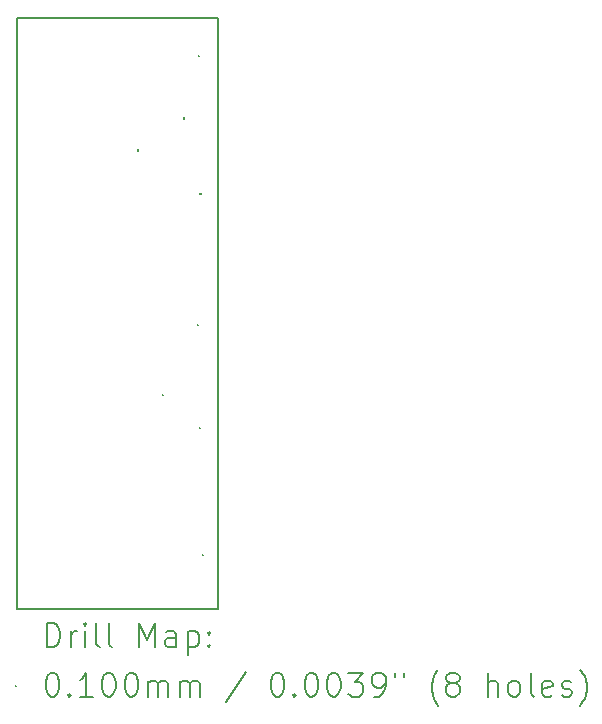
<source format=gbr>
%TF.GenerationSoftware,KiCad,Pcbnew,8.0.1*%
%TF.CreationDate,2024-10-17T14:11:02-05:00*%
%TF.ProjectId,sip-board,7369702d-626f-4617-9264-2e6b69636164,rev?*%
%TF.SameCoordinates,Original*%
%TF.FileFunction,Drillmap*%
%TF.FilePolarity,Positive*%
%FSLAX45Y45*%
G04 Gerber Fmt 4.5, Leading zero omitted, Abs format (unit mm)*
G04 Created by KiCad (PCBNEW 8.0.1) date 2024-10-17 14:11:02*
%MOMM*%
%LPD*%
G01*
G04 APERTURE LIST*
%ADD10C,0.200000*%
%ADD11C,0.100000*%
G04 APERTURE END LIST*
D10*
X13700000Y-7862000D02*
X15400000Y-7862000D01*
X15400000Y-12862000D01*
X13700000Y-12862000D01*
X13700000Y-7862000D01*
D11*
X14711500Y-8971000D02*
X14721500Y-8981000D01*
X14721500Y-8971000D02*
X14711500Y-8981000D01*
X14925000Y-11039000D02*
X14935000Y-11049000D01*
X14935000Y-11039000D02*
X14925000Y-11049000D01*
X15105000Y-8700000D02*
X15115000Y-8710000D01*
X15115000Y-8700000D02*
X15105000Y-8710000D01*
X15220702Y-10450000D02*
X15230702Y-10460000D01*
X15230702Y-10450000D02*
X15220702Y-10460000D01*
X15232000Y-8174000D02*
X15242000Y-8184000D01*
X15242000Y-8174000D02*
X15232000Y-8184000D01*
X15237000Y-11318000D02*
X15247000Y-11328000D01*
X15247000Y-11318000D02*
X15237000Y-11328000D01*
X15242000Y-9340000D02*
X15252000Y-9350000D01*
X15252000Y-9340000D02*
X15242000Y-9350000D01*
X15262000Y-12394000D02*
X15272000Y-12404000D01*
X15272000Y-12394000D02*
X15262000Y-12404000D01*
D10*
X13950777Y-13183484D02*
X13950777Y-12983484D01*
X13950777Y-12983484D02*
X13998396Y-12983484D01*
X13998396Y-12983484D02*
X14026967Y-12993008D01*
X14026967Y-12993008D02*
X14046015Y-13012055D01*
X14046015Y-13012055D02*
X14055539Y-13031103D01*
X14055539Y-13031103D02*
X14065062Y-13069198D01*
X14065062Y-13069198D02*
X14065062Y-13097769D01*
X14065062Y-13097769D02*
X14055539Y-13135865D01*
X14055539Y-13135865D02*
X14046015Y-13154912D01*
X14046015Y-13154912D02*
X14026967Y-13173960D01*
X14026967Y-13173960D02*
X13998396Y-13183484D01*
X13998396Y-13183484D02*
X13950777Y-13183484D01*
X14150777Y-13183484D02*
X14150777Y-13050150D01*
X14150777Y-13088246D02*
X14160301Y-13069198D01*
X14160301Y-13069198D02*
X14169824Y-13059674D01*
X14169824Y-13059674D02*
X14188872Y-13050150D01*
X14188872Y-13050150D02*
X14207920Y-13050150D01*
X14274586Y-13183484D02*
X14274586Y-13050150D01*
X14274586Y-12983484D02*
X14265062Y-12993008D01*
X14265062Y-12993008D02*
X14274586Y-13002531D01*
X14274586Y-13002531D02*
X14284110Y-12993008D01*
X14284110Y-12993008D02*
X14274586Y-12983484D01*
X14274586Y-12983484D02*
X14274586Y-13002531D01*
X14398396Y-13183484D02*
X14379348Y-13173960D01*
X14379348Y-13173960D02*
X14369824Y-13154912D01*
X14369824Y-13154912D02*
X14369824Y-12983484D01*
X14503158Y-13183484D02*
X14484110Y-13173960D01*
X14484110Y-13173960D02*
X14474586Y-13154912D01*
X14474586Y-13154912D02*
X14474586Y-12983484D01*
X14731729Y-13183484D02*
X14731729Y-12983484D01*
X14731729Y-12983484D02*
X14798396Y-13126341D01*
X14798396Y-13126341D02*
X14865062Y-12983484D01*
X14865062Y-12983484D02*
X14865062Y-13183484D01*
X15046015Y-13183484D02*
X15046015Y-13078722D01*
X15046015Y-13078722D02*
X15036491Y-13059674D01*
X15036491Y-13059674D02*
X15017443Y-13050150D01*
X15017443Y-13050150D02*
X14979348Y-13050150D01*
X14979348Y-13050150D02*
X14960301Y-13059674D01*
X15046015Y-13173960D02*
X15026967Y-13183484D01*
X15026967Y-13183484D02*
X14979348Y-13183484D01*
X14979348Y-13183484D02*
X14960301Y-13173960D01*
X14960301Y-13173960D02*
X14950777Y-13154912D01*
X14950777Y-13154912D02*
X14950777Y-13135865D01*
X14950777Y-13135865D02*
X14960301Y-13116817D01*
X14960301Y-13116817D02*
X14979348Y-13107293D01*
X14979348Y-13107293D02*
X15026967Y-13107293D01*
X15026967Y-13107293D02*
X15046015Y-13097769D01*
X15141253Y-13050150D02*
X15141253Y-13250150D01*
X15141253Y-13059674D02*
X15160301Y-13050150D01*
X15160301Y-13050150D02*
X15198396Y-13050150D01*
X15198396Y-13050150D02*
X15217443Y-13059674D01*
X15217443Y-13059674D02*
X15226967Y-13069198D01*
X15226967Y-13069198D02*
X15236491Y-13088246D01*
X15236491Y-13088246D02*
X15236491Y-13145388D01*
X15236491Y-13145388D02*
X15226967Y-13164436D01*
X15226967Y-13164436D02*
X15217443Y-13173960D01*
X15217443Y-13173960D02*
X15198396Y-13183484D01*
X15198396Y-13183484D02*
X15160301Y-13183484D01*
X15160301Y-13183484D02*
X15141253Y-13173960D01*
X15322205Y-13164436D02*
X15331729Y-13173960D01*
X15331729Y-13173960D02*
X15322205Y-13183484D01*
X15322205Y-13183484D02*
X15312682Y-13173960D01*
X15312682Y-13173960D02*
X15322205Y-13164436D01*
X15322205Y-13164436D02*
X15322205Y-13183484D01*
X15322205Y-13059674D02*
X15331729Y-13069198D01*
X15331729Y-13069198D02*
X15322205Y-13078722D01*
X15322205Y-13078722D02*
X15312682Y-13069198D01*
X15312682Y-13069198D02*
X15322205Y-13059674D01*
X15322205Y-13059674D02*
X15322205Y-13078722D01*
D11*
X13680000Y-13507000D02*
X13690000Y-13517000D01*
X13690000Y-13507000D02*
X13680000Y-13517000D01*
D10*
X13988872Y-13403484D02*
X14007920Y-13403484D01*
X14007920Y-13403484D02*
X14026967Y-13413008D01*
X14026967Y-13413008D02*
X14036491Y-13422531D01*
X14036491Y-13422531D02*
X14046015Y-13441579D01*
X14046015Y-13441579D02*
X14055539Y-13479674D01*
X14055539Y-13479674D02*
X14055539Y-13527293D01*
X14055539Y-13527293D02*
X14046015Y-13565388D01*
X14046015Y-13565388D02*
X14036491Y-13584436D01*
X14036491Y-13584436D02*
X14026967Y-13593960D01*
X14026967Y-13593960D02*
X14007920Y-13603484D01*
X14007920Y-13603484D02*
X13988872Y-13603484D01*
X13988872Y-13603484D02*
X13969824Y-13593960D01*
X13969824Y-13593960D02*
X13960301Y-13584436D01*
X13960301Y-13584436D02*
X13950777Y-13565388D01*
X13950777Y-13565388D02*
X13941253Y-13527293D01*
X13941253Y-13527293D02*
X13941253Y-13479674D01*
X13941253Y-13479674D02*
X13950777Y-13441579D01*
X13950777Y-13441579D02*
X13960301Y-13422531D01*
X13960301Y-13422531D02*
X13969824Y-13413008D01*
X13969824Y-13413008D02*
X13988872Y-13403484D01*
X14141253Y-13584436D02*
X14150777Y-13593960D01*
X14150777Y-13593960D02*
X14141253Y-13603484D01*
X14141253Y-13603484D02*
X14131729Y-13593960D01*
X14131729Y-13593960D02*
X14141253Y-13584436D01*
X14141253Y-13584436D02*
X14141253Y-13603484D01*
X14341253Y-13603484D02*
X14226967Y-13603484D01*
X14284110Y-13603484D02*
X14284110Y-13403484D01*
X14284110Y-13403484D02*
X14265062Y-13432055D01*
X14265062Y-13432055D02*
X14246015Y-13451103D01*
X14246015Y-13451103D02*
X14226967Y-13460627D01*
X14465062Y-13403484D02*
X14484110Y-13403484D01*
X14484110Y-13403484D02*
X14503158Y-13413008D01*
X14503158Y-13413008D02*
X14512682Y-13422531D01*
X14512682Y-13422531D02*
X14522205Y-13441579D01*
X14522205Y-13441579D02*
X14531729Y-13479674D01*
X14531729Y-13479674D02*
X14531729Y-13527293D01*
X14531729Y-13527293D02*
X14522205Y-13565388D01*
X14522205Y-13565388D02*
X14512682Y-13584436D01*
X14512682Y-13584436D02*
X14503158Y-13593960D01*
X14503158Y-13593960D02*
X14484110Y-13603484D01*
X14484110Y-13603484D02*
X14465062Y-13603484D01*
X14465062Y-13603484D02*
X14446015Y-13593960D01*
X14446015Y-13593960D02*
X14436491Y-13584436D01*
X14436491Y-13584436D02*
X14426967Y-13565388D01*
X14426967Y-13565388D02*
X14417443Y-13527293D01*
X14417443Y-13527293D02*
X14417443Y-13479674D01*
X14417443Y-13479674D02*
X14426967Y-13441579D01*
X14426967Y-13441579D02*
X14436491Y-13422531D01*
X14436491Y-13422531D02*
X14446015Y-13413008D01*
X14446015Y-13413008D02*
X14465062Y-13403484D01*
X14655539Y-13403484D02*
X14674586Y-13403484D01*
X14674586Y-13403484D02*
X14693634Y-13413008D01*
X14693634Y-13413008D02*
X14703158Y-13422531D01*
X14703158Y-13422531D02*
X14712682Y-13441579D01*
X14712682Y-13441579D02*
X14722205Y-13479674D01*
X14722205Y-13479674D02*
X14722205Y-13527293D01*
X14722205Y-13527293D02*
X14712682Y-13565388D01*
X14712682Y-13565388D02*
X14703158Y-13584436D01*
X14703158Y-13584436D02*
X14693634Y-13593960D01*
X14693634Y-13593960D02*
X14674586Y-13603484D01*
X14674586Y-13603484D02*
X14655539Y-13603484D01*
X14655539Y-13603484D02*
X14636491Y-13593960D01*
X14636491Y-13593960D02*
X14626967Y-13584436D01*
X14626967Y-13584436D02*
X14617443Y-13565388D01*
X14617443Y-13565388D02*
X14607920Y-13527293D01*
X14607920Y-13527293D02*
X14607920Y-13479674D01*
X14607920Y-13479674D02*
X14617443Y-13441579D01*
X14617443Y-13441579D02*
X14626967Y-13422531D01*
X14626967Y-13422531D02*
X14636491Y-13413008D01*
X14636491Y-13413008D02*
X14655539Y-13403484D01*
X14807920Y-13603484D02*
X14807920Y-13470150D01*
X14807920Y-13489198D02*
X14817443Y-13479674D01*
X14817443Y-13479674D02*
X14836491Y-13470150D01*
X14836491Y-13470150D02*
X14865063Y-13470150D01*
X14865063Y-13470150D02*
X14884110Y-13479674D01*
X14884110Y-13479674D02*
X14893634Y-13498722D01*
X14893634Y-13498722D02*
X14893634Y-13603484D01*
X14893634Y-13498722D02*
X14903158Y-13479674D01*
X14903158Y-13479674D02*
X14922205Y-13470150D01*
X14922205Y-13470150D02*
X14950777Y-13470150D01*
X14950777Y-13470150D02*
X14969824Y-13479674D01*
X14969824Y-13479674D02*
X14979348Y-13498722D01*
X14979348Y-13498722D02*
X14979348Y-13603484D01*
X15074586Y-13603484D02*
X15074586Y-13470150D01*
X15074586Y-13489198D02*
X15084110Y-13479674D01*
X15084110Y-13479674D02*
X15103158Y-13470150D01*
X15103158Y-13470150D02*
X15131729Y-13470150D01*
X15131729Y-13470150D02*
X15150777Y-13479674D01*
X15150777Y-13479674D02*
X15160301Y-13498722D01*
X15160301Y-13498722D02*
X15160301Y-13603484D01*
X15160301Y-13498722D02*
X15169824Y-13479674D01*
X15169824Y-13479674D02*
X15188872Y-13470150D01*
X15188872Y-13470150D02*
X15217443Y-13470150D01*
X15217443Y-13470150D02*
X15236491Y-13479674D01*
X15236491Y-13479674D02*
X15246015Y-13498722D01*
X15246015Y-13498722D02*
X15246015Y-13603484D01*
X15636491Y-13393960D02*
X15465063Y-13651103D01*
X15893634Y-13403484D02*
X15912682Y-13403484D01*
X15912682Y-13403484D02*
X15931729Y-13413008D01*
X15931729Y-13413008D02*
X15941253Y-13422531D01*
X15941253Y-13422531D02*
X15950777Y-13441579D01*
X15950777Y-13441579D02*
X15960301Y-13479674D01*
X15960301Y-13479674D02*
X15960301Y-13527293D01*
X15960301Y-13527293D02*
X15950777Y-13565388D01*
X15950777Y-13565388D02*
X15941253Y-13584436D01*
X15941253Y-13584436D02*
X15931729Y-13593960D01*
X15931729Y-13593960D02*
X15912682Y-13603484D01*
X15912682Y-13603484D02*
X15893634Y-13603484D01*
X15893634Y-13603484D02*
X15874586Y-13593960D01*
X15874586Y-13593960D02*
X15865063Y-13584436D01*
X15865063Y-13584436D02*
X15855539Y-13565388D01*
X15855539Y-13565388D02*
X15846015Y-13527293D01*
X15846015Y-13527293D02*
X15846015Y-13479674D01*
X15846015Y-13479674D02*
X15855539Y-13441579D01*
X15855539Y-13441579D02*
X15865063Y-13422531D01*
X15865063Y-13422531D02*
X15874586Y-13413008D01*
X15874586Y-13413008D02*
X15893634Y-13403484D01*
X16046015Y-13584436D02*
X16055539Y-13593960D01*
X16055539Y-13593960D02*
X16046015Y-13603484D01*
X16046015Y-13603484D02*
X16036491Y-13593960D01*
X16036491Y-13593960D02*
X16046015Y-13584436D01*
X16046015Y-13584436D02*
X16046015Y-13603484D01*
X16179348Y-13403484D02*
X16198396Y-13403484D01*
X16198396Y-13403484D02*
X16217444Y-13413008D01*
X16217444Y-13413008D02*
X16226967Y-13422531D01*
X16226967Y-13422531D02*
X16236491Y-13441579D01*
X16236491Y-13441579D02*
X16246015Y-13479674D01*
X16246015Y-13479674D02*
X16246015Y-13527293D01*
X16246015Y-13527293D02*
X16236491Y-13565388D01*
X16236491Y-13565388D02*
X16226967Y-13584436D01*
X16226967Y-13584436D02*
X16217444Y-13593960D01*
X16217444Y-13593960D02*
X16198396Y-13603484D01*
X16198396Y-13603484D02*
X16179348Y-13603484D01*
X16179348Y-13603484D02*
X16160301Y-13593960D01*
X16160301Y-13593960D02*
X16150777Y-13584436D01*
X16150777Y-13584436D02*
X16141253Y-13565388D01*
X16141253Y-13565388D02*
X16131729Y-13527293D01*
X16131729Y-13527293D02*
X16131729Y-13479674D01*
X16131729Y-13479674D02*
X16141253Y-13441579D01*
X16141253Y-13441579D02*
X16150777Y-13422531D01*
X16150777Y-13422531D02*
X16160301Y-13413008D01*
X16160301Y-13413008D02*
X16179348Y-13403484D01*
X16369825Y-13403484D02*
X16388872Y-13403484D01*
X16388872Y-13403484D02*
X16407920Y-13413008D01*
X16407920Y-13413008D02*
X16417444Y-13422531D01*
X16417444Y-13422531D02*
X16426967Y-13441579D01*
X16426967Y-13441579D02*
X16436491Y-13479674D01*
X16436491Y-13479674D02*
X16436491Y-13527293D01*
X16436491Y-13527293D02*
X16426967Y-13565388D01*
X16426967Y-13565388D02*
X16417444Y-13584436D01*
X16417444Y-13584436D02*
X16407920Y-13593960D01*
X16407920Y-13593960D02*
X16388872Y-13603484D01*
X16388872Y-13603484D02*
X16369825Y-13603484D01*
X16369825Y-13603484D02*
X16350777Y-13593960D01*
X16350777Y-13593960D02*
X16341253Y-13584436D01*
X16341253Y-13584436D02*
X16331729Y-13565388D01*
X16331729Y-13565388D02*
X16322206Y-13527293D01*
X16322206Y-13527293D02*
X16322206Y-13479674D01*
X16322206Y-13479674D02*
X16331729Y-13441579D01*
X16331729Y-13441579D02*
X16341253Y-13422531D01*
X16341253Y-13422531D02*
X16350777Y-13413008D01*
X16350777Y-13413008D02*
X16369825Y-13403484D01*
X16503158Y-13403484D02*
X16626967Y-13403484D01*
X16626967Y-13403484D02*
X16560301Y-13479674D01*
X16560301Y-13479674D02*
X16588872Y-13479674D01*
X16588872Y-13479674D02*
X16607920Y-13489198D01*
X16607920Y-13489198D02*
X16617444Y-13498722D01*
X16617444Y-13498722D02*
X16626967Y-13517769D01*
X16626967Y-13517769D02*
X16626967Y-13565388D01*
X16626967Y-13565388D02*
X16617444Y-13584436D01*
X16617444Y-13584436D02*
X16607920Y-13593960D01*
X16607920Y-13593960D02*
X16588872Y-13603484D01*
X16588872Y-13603484D02*
X16531729Y-13603484D01*
X16531729Y-13603484D02*
X16512682Y-13593960D01*
X16512682Y-13593960D02*
X16503158Y-13584436D01*
X16722206Y-13603484D02*
X16760301Y-13603484D01*
X16760301Y-13603484D02*
X16779349Y-13593960D01*
X16779349Y-13593960D02*
X16788872Y-13584436D01*
X16788872Y-13584436D02*
X16807920Y-13555865D01*
X16807920Y-13555865D02*
X16817444Y-13517769D01*
X16817444Y-13517769D02*
X16817444Y-13441579D01*
X16817444Y-13441579D02*
X16807920Y-13422531D01*
X16807920Y-13422531D02*
X16798396Y-13413008D01*
X16798396Y-13413008D02*
X16779349Y-13403484D01*
X16779349Y-13403484D02*
X16741253Y-13403484D01*
X16741253Y-13403484D02*
X16722206Y-13413008D01*
X16722206Y-13413008D02*
X16712682Y-13422531D01*
X16712682Y-13422531D02*
X16703158Y-13441579D01*
X16703158Y-13441579D02*
X16703158Y-13489198D01*
X16703158Y-13489198D02*
X16712682Y-13508246D01*
X16712682Y-13508246D02*
X16722206Y-13517769D01*
X16722206Y-13517769D02*
X16741253Y-13527293D01*
X16741253Y-13527293D02*
X16779349Y-13527293D01*
X16779349Y-13527293D02*
X16798396Y-13517769D01*
X16798396Y-13517769D02*
X16807920Y-13508246D01*
X16807920Y-13508246D02*
X16817444Y-13489198D01*
X16893634Y-13403484D02*
X16893634Y-13441579D01*
X16969825Y-13403484D02*
X16969825Y-13441579D01*
X17265063Y-13679674D02*
X17255539Y-13670150D01*
X17255539Y-13670150D02*
X17236491Y-13641579D01*
X17236491Y-13641579D02*
X17226968Y-13622531D01*
X17226968Y-13622531D02*
X17217444Y-13593960D01*
X17217444Y-13593960D02*
X17207920Y-13546341D01*
X17207920Y-13546341D02*
X17207920Y-13508246D01*
X17207920Y-13508246D02*
X17217444Y-13460627D01*
X17217444Y-13460627D02*
X17226968Y-13432055D01*
X17226968Y-13432055D02*
X17236491Y-13413008D01*
X17236491Y-13413008D02*
X17255539Y-13384436D01*
X17255539Y-13384436D02*
X17265063Y-13374912D01*
X17369825Y-13489198D02*
X17350777Y-13479674D01*
X17350777Y-13479674D02*
X17341253Y-13470150D01*
X17341253Y-13470150D02*
X17331730Y-13451103D01*
X17331730Y-13451103D02*
X17331730Y-13441579D01*
X17331730Y-13441579D02*
X17341253Y-13422531D01*
X17341253Y-13422531D02*
X17350777Y-13413008D01*
X17350777Y-13413008D02*
X17369825Y-13403484D01*
X17369825Y-13403484D02*
X17407920Y-13403484D01*
X17407920Y-13403484D02*
X17426968Y-13413008D01*
X17426968Y-13413008D02*
X17436491Y-13422531D01*
X17436491Y-13422531D02*
X17446015Y-13441579D01*
X17446015Y-13441579D02*
X17446015Y-13451103D01*
X17446015Y-13451103D02*
X17436491Y-13470150D01*
X17436491Y-13470150D02*
X17426968Y-13479674D01*
X17426968Y-13479674D02*
X17407920Y-13489198D01*
X17407920Y-13489198D02*
X17369825Y-13489198D01*
X17369825Y-13489198D02*
X17350777Y-13498722D01*
X17350777Y-13498722D02*
X17341253Y-13508246D01*
X17341253Y-13508246D02*
X17331730Y-13527293D01*
X17331730Y-13527293D02*
X17331730Y-13565388D01*
X17331730Y-13565388D02*
X17341253Y-13584436D01*
X17341253Y-13584436D02*
X17350777Y-13593960D01*
X17350777Y-13593960D02*
X17369825Y-13603484D01*
X17369825Y-13603484D02*
X17407920Y-13603484D01*
X17407920Y-13603484D02*
X17426968Y-13593960D01*
X17426968Y-13593960D02*
X17436491Y-13584436D01*
X17436491Y-13584436D02*
X17446015Y-13565388D01*
X17446015Y-13565388D02*
X17446015Y-13527293D01*
X17446015Y-13527293D02*
X17436491Y-13508246D01*
X17436491Y-13508246D02*
X17426968Y-13498722D01*
X17426968Y-13498722D02*
X17407920Y-13489198D01*
X17684111Y-13603484D02*
X17684111Y-13403484D01*
X17769825Y-13603484D02*
X17769825Y-13498722D01*
X17769825Y-13498722D02*
X17760301Y-13479674D01*
X17760301Y-13479674D02*
X17741253Y-13470150D01*
X17741253Y-13470150D02*
X17712682Y-13470150D01*
X17712682Y-13470150D02*
X17693634Y-13479674D01*
X17693634Y-13479674D02*
X17684111Y-13489198D01*
X17893634Y-13603484D02*
X17874587Y-13593960D01*
X17874587Y-13593960D02*
X17865063Y-13584436D01*
X17865063Y-13584436D02*
X17855539Y-13565388D01*
X17855539Y-13565388D02*
X17855539Y-13508246D01*
X17855539Y-13508246D02*
X17865063Y-13489198D01*
X17865063Y-13489198D02*
X17874587Y-13479674D01*
X17874587Y-13479674D02*
X17893634Y-13470150D01*
X17893634Y-13470150D02*
X17922206Y-13470150D01*
X17922206Y-13470150D02*
X17941253Y-13479674D01*
X17941253Y-13479674D02*
X17950777Y-13489198D01*
X17950777Y-13489198D02*
X17960301Y-13508246D01*
X17960301Y-13508246D02*
X17960301Y-13565388D01*
X17960301Y-13565388D02*
X17950777Y-13584436D01*
X17950777Y-13584436D02*
X17941253Y-13593960D01*
X17941253Y-13593960D02*
X17922206Y-13603484D01*
X17922206Y-13603484D02*
X17893634Y-13603484D01*
X18074587Y-13603484D02*
X18055539Y-13593960D01*
X18055539Y-13593960D02*
X18046015Y-13574912D01*
X18046015Y-13574912D02*
X18046015Y-13403484D01*
X18226968Y-13593960D02*
X18207920Y-13603484D01*
X18207920Y-13603484D02*
X18169825Y-13603484D01*
X18169825Y-13603484D02*
X18150777Y-13593960D01*
X18150777Y-13593960D02*
X18141253Y-13574912D01*
X18141253Y-13574912D02*
X18141253Y-13498722D01*
X18141253Y-13498722D02*
X18150777Y-13479674D01*
X18150777Y-13479674D02*
X18169825Y-13470150D01*
X18169825Y-13470150D02*
X18207920Y-13470150D01*
X18207920Y-13470150D02*
X18226968Y-13479674D01*
X18226968Y-13479674D02*
X18236492Y-13498722D01*
X18236492Y-13498722D02*
X18236492Y-13517769D01*
X18236492Y-13517769D02*
X18141253Y-13536817D01*
X18312682Y-13593960D02*
X18331730Y-13603484D01*
X18331730Y-13603484D02*
X18369825Y-13603484D01*
X18369825Y-13603484D02*
X18388873Y-13593960D01*
X18388873Y-13593960D02*
X18398396Y-13574912D01*
X18398396Y-13574912D02*
X18398396Y-13565388D01*
X18398396Y-13565388D02*
X18388873Y-13546341D01*
X18388873Y-13546341D02*
X18369825Y-13536817D01*
X18369825Y-13536817D02*
X18341253Y-13536817D01*
X18341253Y-13536817D02*
X18322206Y-13527293D01*
X18322206Y-13527293D02*
X18312682Y-13508246D01*
X18312682Y-13508246D02*
X18312682Y-13498722D01*
X18312682Y-13498722D02*
X18322206Y-13479674D01*
X18322206Y-13479674D02*
X18341253Y-13470150D01*
X18341253Y-13470150D02*
X18369825Y-13470150D01*
X18369825Y-13470150D02*
X18388873Y-13479674D01*
X18465063Y-13679674D02*
X18474587Y-13670150D01*
X18474587Y-13670150D02*
X18493634Y-13641579D01*
X18493634Y-13641579D02*
X18503158Y-13622531D01*
X18503158Y-13622531D02*
X18512682Y-13593960D01*
X18512682Y-13593960D02*
X18522206Y-13546341D01*
X18522206Y-13546341D02*
X18522206Y-13508246D01*
X18522206Y-13508246D02*
X18512682Y-13460627D01*
X18512682Y-13460627D02*
X18503158Y-13432055D01*
X18503158Y-13432055D02*
X18493634Y-13413008D01*
X18493634Y-13413008D02*
X18474587Y-13384436D01*
X18474587Y-13384436D02*
X18465063Y-13374912D01*
M02*

</source>
